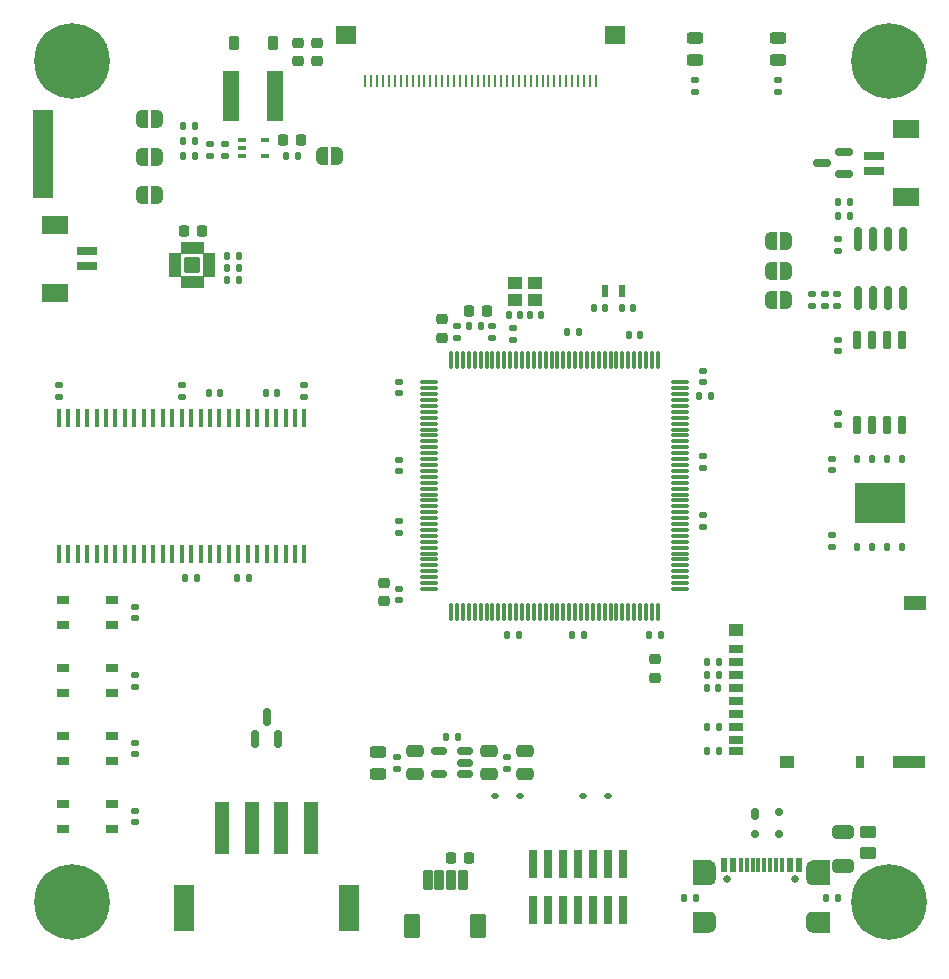
<source format=gbr>
%TF.GenerationSoftware,KiCad,Pcbnew,8.0.1*%
%TF.CreationDate,2024-05-16T14:55:54+07:00*%
%TF.ProjectId,H743_LCD_dev,48373433-5f4c-4434-945f-6465762e6b69,rev?*%
%TF.SameCoordinates,Original*%
%TF.FileFunction,Soldermask,Top*%
%TF.FilePolarity,Negative*%
%FSLAX46Y46*%
G04 Gerber Fmt 4.6, Leading zero omitted, Abs format (unit mm)*
G04 Created by KiCad (PCBNEW 8.0.1) date 2024-05-16 14:55:54*
%MOMM*%
%LPD*%
G01*
G04 APERTURE LIST*
G04 Aperture macros list*
%AMRoundRect*
0 Rectangle with rounded corners*
0 $1 Rounding radius*
0 $2 $3 $4 $5 $6 $7 $8 $9 X,Y pos of 4 corners*
0 Add a 4 corners polygon primitive as box body*
4,1,4,$2,$3,$4,$5,$6,$7,$8,$9,$2,$3,0*
0 Add four circle primitives for the rounded corners*
1,1,$1+$1,$2,$3*
1,1,$1+$1,$4,$5*
1,1,$1+$1,$6,$7*
1,1,$1+$1,$8,$9*
0 Add four rect primitives between the rounded corners*
20,1,$1+$1,$2,$3,$4,$5,0*
20,1,$1+$1,$4,$5,$6,$7,0*
20,1,$1+$1,$6,$7,$8,$9,0*
20,1,$1+$1,$8,$9,$2,$3,0*%
%AMFreePoly0*
4,1,19,0.500000,-0.750000,0.000000,-0.750000,0.000000,-0.744911,-0.071157,-0.744911,-0.207708,-0.704816,-0.327430,-0.627875,-0.420627,-0.520320,-0.479746,-0.390866,-0.500000,-0.250000,-0.500000,0.250000,-0.479746,0.390866,-0.420627,0.520320,-0.327430,0.627875,-0.207708,0.704816,-0.071157,0.744911,0.000000,0.744911,0.000000,0.750000,0.500000,0.750000,0.500000,-0.750000,0.500000,-0.750000,
$1*%
%AMFreePoly1*
4,1,19,0.000000,0.744911,0.071157,0.744911,0.207708,0.704816,0.327430,0.627875,0.420627,0.520320,0.479746,0.390866,0.500000,0.250000,0.500000,-0.250000,0.479746,-0.390866,0.420627,-0.520320,0.327430,-0.627875,0.207708,-0.704816,0.071157,-0.744911,0.000000,-0.744911,0.000000,-0.750000,-0.500000,-0.750000,-0.500000,0.750000,0.000000,0.750000,0.000000,0.744911,0.000000,0.744911,
$1*%
G04 Aperture macros list end*
%ADD10RoundRect,0.150000X0.587500X0.150000X-0.587500X0.150000X-0.587500X-0.150000X0.587500X-0.150000X0*%
%ADD11RoundRect,0.225000X-0.225000X-0.250000X0.225000X-0.250000X0.225000X0.250000X-0.225000X0.250000X0*%
%ADD12R,1.400000X4.200000*%
%ADD13C,0.800000*%
%ADD14C,6.400000*%
%ADD15RoundRect,0.140000X0.140000X0.170000X-0.140000X0.170000X-0.140000X-0.170000X0.140000X-0.170000X0*%
%ADD16RoundRect,0.250000X0.650000X-0.325000X0.650000X0.325000X-0.650000X0.325000X-0.650000X-0.325000X0*%
%ADD17RoundRect,0.135000X0.135000X0.185000X-0.135000X0.185000X-0.135000X-0.185000X0.135000X-0.185000X0*%
%ADD18RoundRect,0.135000X0.185000X-0.135000X0.185000X0.135000X-0.185000X0.135000X-0.185000X-0.135000X0*%
%ADD19RoundRect,0.140000X0.170000X-0.140000X0.170000X0.140000X-0.170000X0.140000X-0.170000X-0.140000X0*%
%ADD20RoundRect,0.135000X-0.185000X0.135000X-0.185000X-0.135000X0.185000X-0.135000X0.185000X0.135000X0*%
%ADD21RoundRect,0.102000X-0.300000X-0.775000X0.300000X-0.775000X0.300000X0.775000X-0.300000X0.775000X0*%
%ADD22RoundRect,0.102000X0.600000X0.900000X-0.600000X0.900000X-0.600000X-0.900000X0.600000X-0.900000X0*%
%ADD23R,1.200000X0.700000*%
%ADD24R,0.800000X1.000000*%
%ADD25R,1.200000X1.000000*%
%ADD26R,2.800000X1.000000*%
%ADD27R,1.900000X1.300000*%
%ADD28RoundRect,0.140000X-0.140000X-0.170000X0.140000X-0.170000X0.140000X0.170000X-0.140000X0.170000X0*%
%ADD29R,0.600000X1.100000*%
%ADD30RoundRect,0.150000X0.512500X0.150000X-0.512500X0.150000X-0.512500X-0.150000X0.512500X-0.150000X0*%
%ADD31RoundRect,0.135000X-0.135000X-0.185000X0.135000X-0.185000X0.135000X0.185000X-0.135000X0.185000X0*%
%ADD32R,0.740000X2.400000*%
%ADD33RoundRect,0.243750X-0.456250X0.243750X-0.456250X-0.243750X0.456250X-0.243750X0.456250X0.243750X0*%
%ADD34RoundRect,0.150000X0.150000X-0.825000X0.150000X0.825000X-0.150000X0.825000X-0.150000X-0.825000X0*%
%ADD35RoundRect,0.140000X-0.170000X0.140000X-0.170000X-0.140000X0.170000X-0.140000X0.170000X0.140000X0*%
%ADD36RoundRect,0.250000X0.475000X-0.250000X0.475000X0.250000X-0.475000X0.250000X-0.475000X-0.250000X0*%
%ADD37FreePoly0,180.000000*%
%ADD38FreePoly1,180.000000*%
%ADD39RoundRect,0.100000X-0.225000X-0.100000X0.225000X-0.100000X0.225000X0.100000X-0.225000X0.100000X0*%
%ADD40FreePoly0,0.000000*%
%ADD41FreePoly1,0.000000*%
%ADD42RoundRect,0.225000X0.250000X-0.225000X0.250000X0.225000X-0.250000X0.225000X-0.250000X-0.225000X0*%
%ADD43R,1.050000X0.650000*%
%ADD44R,0.458000X1.510000*%
%ADD45C,0.650000*%
%ADD46R,0.600000X1.240000*%
%ADD47R,0.300000X1.240000*%
%ADD48O,1.000000X2.100000*%
%ADD49O,1.000000X1.800000*%
%ADD50RoundRect,0.112500X-0.187500X-0.112500X0.187500X-0.112500X0.187500X0.112500X-0.187500X0.112500X0*%
%ADD51R,1.150000X1.000000*%
%ADD52RoundRect,0.150000X0.150000X-0.587500X0.150000X0.587500X-0.150000X0.587500X-0.150000X-0.587500X0*%
%ADD53R,1.800000X0.700000*%
%ADD54R,2.200000X1.600000*%
%ADD55RoundRect,0.033180X0.498820X0.203820X-0.498820X0.203820X-0.498820X-0.203820X0.498820X-0.203820X0*%
%ADD56RoundRect,0.033180X-0.203820X0.498820X-0.203820X-0.498820X0.203820X-0.498820X0.203820X0.498820X0*%
%ADD57RoundRect,0.033180X-0.498820X-0.203820X0.498820X-0.203820X0.498820X0.203820X-0.498820X0.203820X0*%
%ADD58RoundRect,0.033180X0.203820X-0.498820X0.203820X0.498820X-0.203820X0.498820X-0.203820X-0.498820X0*%
%ADD59RoundRect,0.102000X0.550000X0.550000X-0.550000X0.550000X-0.550000X-0.550000X0.550000X-0.550000X0*%
%ADD60RoundRect,0.250000X0.450000X-0.262500X0.450000X0.262500X-0.450000X0.262500X-0.450000X-0.262500X0*%
%ADD61RoundRect,0.225000X0.225000X0.375000X-0.225000X0.375000X-0.225000X-0.375000X0.225000X-0.375000X0*%
%ADD62RoundRect,0.125000X0.125000X-0.200000X0.125000X0.200000X-0.125000X0.200000X-0.125000X-0.200000X0*%
%ADD63R,4.300000X3.400000*%
%ADD64RoundRect,0.150000X0.150000X-0.650000X0.150000X0.650000X-0.150000X0.650000X-0.150000X-0.650000X0*%
%ADD65R,0.250000X1.100000*%
%ADD66R,1.700000X1.500000*%
%ADD67RoundRect,0.225000X-0.250000X0.225000X-0.250000X-0.225000X0.250000X-0.225000X0.250000X0.225000X0*%
%ADD68RoundRect,0.175000X-0.175000X-0.325000X0.175000X-0.325000X0.175000X0.325000X-0.175000X0.325000X0*%
%ADD69RoundRect,0.150000X-0.200000X-0.150000X0.200000X-0.150000X0.200000X0.150000X-0.200000X0.150000X0*%
%ADD70RoundRect,0.075000X-0.075000X0.662500X-0.075000X-0.662500X0.075000X-0.662500X0.075000X0.662500X0*%
%ADD71RoundRect,0.075000X-0.662500X0.075000X-0.662500X-0.075000X0.662500X-0.075000X0.662500X0.075000X0*%
%ADD72R,1.300000X4.500000*%
%ADD73R,1.800000X3.900000*%
G04 APERTURE END LIST*
D10*
%TO.C,D7*%
X174952900Y-61316150D03*
X174952900Y-59416150D03*
X173077900Y-60366150D03*
%TD*%
D11*
%TO.C,C50*%
X141710100Y-119176800D03*
X143260100Y-119176800D03*
%TD*%
D12*
%TO.C,L2*%
X126807800Y-54690800D03*
X123107800Y-54690800D03*
%TD*%
D13*
%TO.C,H3*%
X181197300Y-122941100D03*
X180494356Y-124638156D03*
X180494356Y-121244044D03*
X178797300Y-125341100D03*
D14*
X178797300Y-122941100D03*
D13*
X178797300Y-120541100D03*
X177100244Y-124638156D03*
X177100244Y-121244044D03*
X176397300Y-122941100D03*
%TD*%
D15*
%TO.C,C40*%
X147575100Y-73185700D03*
X146615100Y-73185700D03*
%TD*%
D16*
%TO.C,C43*%
X174879000Y-119915200D03*
X174879000Y-116965200D03*
%TD*%
D17*
%TO.C,R19*%
X163679600Y-80111600D03*
X162659600Y-80111600D03*
%TD*%
D18*
%TO.C,R31*%
X173329600Y-72493600D03*
X173329600Y-71473600D03*
%TD*%
D19*
%TO.C,C28*%
X114960400Y-116177000D03*
X114960400Y-115217000D03*
%TD*%
D20*
%TO.C,R1*%
X174472600Y-81485800D03*
X174472600Y-82505800D03*
%TD*%
D13*
%TO.C,H4*%
X111997300Y-122941100D03*
X111294356Y-124638156D03*
X111294356Y-121244044D03*
X109597300Y-125341100D03*
D14*
X109597300Y-122941100D03*
D13*
X109597300Y-120541100D03*
X107900244Y-124638156D03*
X107900244Y-121244044D03*
X107197300Y-122941100D03*
%TD*%
D21*
%TO.C,J5*%
X139710100Y-121063000D03*
X140710100Y-121063000D03*
X141710100Y-121063000D03*
X142710100Y-121063000D03*
D22*
X138410100Y-124938000D03*
X144010100Y-124938000D03*
%TD*%
D17*
%TO.C,R15*%
X123758503Y-69225900D03*
X122738503Y-69225900D03*
%TD*%
D18*
%TO.C,R23*%
X169353866Y-54358000D03*
X169353866Y-53338000D03*
%TD*%
D23*
%TO.C,J1*%
X165862000Y-101475000D03*
X165862000Y-102575000D03*
X165862000Y-103675000D03*
X165862000Y-104775000D03*
X165862000Y-105875000D03*
X165862000Y-106975000D03*
X165862000Y-108075000D03*
X165862000Y-109175000D03*
X165862000Y-110125000D03*
D24*
X176362000Y-111075000D03*
D25*
X170162000Y-111075000D03*
D26*
X180512000Y-111075000D03*
D25*
X165862000Y-99925000D03*
D27*
X180962000Y-97575000D03*
%TD*%
D28*
%TO.C,C10*%
X151539000Y-74650600D03*
X152499000Y-74650600D03*
%TD*%
D19*
%TO.C,C27*%
X114960400Y-110419667D03*
X114960400Y-109459667D03*
%TD*%
D29*
%TO.C,Y2*%
X154737700Y-71215200D03*
X156137700Y-71215200D03*
%TD*%
D30*
%TO.C,U8*%
X142921300Y-112081600D03*
X142921300Y-111131600D03*
X142921300Y-110181600D03*
X140646300Y-110181600D03*
X140646300Y-112081600D03*
%TD*%
D31*
%TO.C,R16*%
X122738503Y-70232501D03*
X123758503Y-70232501D03*
%TD*%
D32*
%TO.C,J7*%
X156235400Y-119735600D03*
X156235400Y-123635600D03*
X154965400Y-119735600D03*
X154965400Y-123635600D03*
X153695400Y-119735600D03*
X153695400Y-123635600D03*
X152425400Y-119735600D03*
X152425400Y-123635600D03*
X151155400Y-119735600D03*
X151155400Y-123635600D03*
X149885400Y-119735600D03*
X149885400Y-123635600D03*
X148615400Y-119735600D03*
X148615400Y-123635600D03*
%TD*%
D33*
%TO.C,D4*%
X135483700Y-110214100D03*
X135483700Y-112089100D03*
%TD*%
D18*
%TO.C,R22*%
X146439600Y-111641600D03*
X146439600Y-110621600D03*
%TD*%
D34*
%TO.C,U7*%
X176146000Y-71766200D03*
X177416000Y-71766200D03*
X178686000Y-71766200D03*
X179956000Y-71766200D03*
X179956000Y-66816200D03*
X178686000Y-66816200D03*
X177416000Y-66816200D03*
X176146000Y-66816200D03*
%TD*%
D35*
%TO.C,C8*%
X163042600Y-90194400D03*
X163042600Y-91154400D03*
%TD*%
D17*
%TO.C,R28*%
X120015000Y-57215640D03*
X118995000Y-57215640D03*
%TD*%
D36*
%TO.C,C44*%
X138665900Y-112081600D03*
X138665900Y-110181600D03*
%TD*%
D19*
%TO.C,C14*%
X137312400Y-79857600D03*
X137312400Y-78897600D03*
%TD*%
D18*
%TO.C,R25*%
X121320440Y-59745400D03*
X121320440Y-58725400D03*
%TD*%
D15*
%TO.C,C5*%
X147433800Y-100326200D03*
X146473800Y-100326200D03*
%TD*%
D37*
%TO.C,JP5*%
X170078400Y-66954400D03*
D38*
X168778400Y-66954400D03*
%TD*%
D19*
%TO.C,C2*%
X118887100Y-80138600D03*
X118887100Y-79178600D03*
%TD*%
D15*
%TO.C,C38*%
X124567100Y-95478600D03*
X123607100Y-95478600D03*
%TD*%
D11*
%TO.C,C23*%
X119046500Y-66117701D03*
X120596500Y-66117701D03*
%TD*%
D17*
%TO.C,R14*%
X123758503Y-68225900D03*
X122738503Y-68225900D03*
%TD*%
D19*
%TO.C,C15*%
X137302100Y-86424400D03*
X137302100Y-85464400D03*
%TD*%
D39*
%TO.C,U5*%
X124007800Y-58445400D03*
X124007800Y-59095400D03*
X124007800Y-59745400D03*
X125907800Y-59745400D03*
X125907800Y-58445400D03*
%TD*%
D19*
%TO.C,C9*%
X145203800Y-75130600D03*
X145203800Y-74170600D03*
%TD*%
D40*
%TO.C,JP3*%
X115504200Y-56624100D03*
D41*
X116804200Y-56624100D03*
%TD*%
D15*
%TO.C,C7*%
X159433800Y-100326200D03*
X158473800Y-100326200D03*
%TD*%
D28*
%TO.C,C39*%
X148365100Y-73185700D03*
X149325100Y-73185700D03*
%TD*%
D35*
%TO.C,C13*%
X163042600Y-85194400D03*
X163042600Y-86154400D03*
%TD*%
D19*
%TO.C,C12*%
X163042600Y-78924400D03*
X163042600Y-77964400D03*
%TD*%
%TO.C,C1*%
X108487100Y-80138600D03*
X108487100Y-79178600D03*
%TD*%
D42*
%TO.C,C46*%
X130352800Y-51722800D03*
X130352800Y-50172800D03*
%TD*%
D19*
%TO.C,C49*%
X122574120Y-59745400D03*
X122574120Y-58785400D03*
%TD*%
D17*
%TO.C,R12*%
X174425300Y-122581900D03*
X173405300Y-122581900D03*
%TD*%
%TO.C,R29*%
X128771400Y-59745400D03*
X127751400Y-59745400D03*
%TD*%
D43*
%TO.C,SW3*%
X113030000Y-111014667D03*
X108880000Y-111014667D03*
X113030000Y-108864667D03*
X108880000Y-108864667D03*
%TD*%
D36*
%TO.C,C45*%
X147977500Y-112081600D03*
X147977500Y-110181600D03*
%TD*%
D44*
%TO.C,U2*%
X129287100Y-81924400D03*
X128487100Y-81924400D03*
X127687100Y-81924400D03*
X126887100Y-81924400D03*
X126087100Y-81924400D03*
X125287100Y-81924400D03*
X124487100Y-81924400D03*
X123687100Y-81924400D03*
X122887100Y-81924400D03*
X122087100Y-81924400D03*
X121287100Y-81924400D03*
X120487100Y-81924400D03*
X119687100Y-81924400D03*
X118887100Y-81924400D03*
X118087100Y-81924400D03*
X117287100Y-81924400D03*
X116487100Y-81924400D03*
X115687100Y-81924400D03*
X114887100Y-81924400D03*
X114087100Y-81924400D03*
X113287100Y-81924400D03*
X112487100Y-81924400D03*
X111687100Y-81924400D03*
X110887100Y-81924400D03*
X110087100Y-81924400D03*
X109287100Y-81924400D03*
X108487100Y-81924400D03*
X108487100Y-93424400D03*
X109287100Y-93424400D03*
X110087100Y-93424400D03*
X110887100Y-93424400D03*
X111687100Y-93424400D03*
X112487100Y-93424400D03*
X113287100Y-93424400D03*
X114087100Y-93424400D03*
X114887100Y-93424400D03*
X115687100Y-93424400D03*
X116487100Y-93424400D03*
X117287100Y-93424400D03*
X118087100Y-93424400D03*
X118887100Y-93424400D03*
X119687100Y-93424400D03*
X120487100Y-93424400D03*
X121287100Y-93424400D03*
X122087100Y-93424400D03*
X122887100Y-93424400D03*
X123687100Y-93424400D03*
X124487100Y-93424400D03*
X125287100Y-93424400D03*
X126087100Y-93424400D03*
X126887100Y-93424400D03*
X127687100Y-93424400D03*
X128487100Y-93424400D03*
X129287100Y-93424400D03*
%TD*%
D45*
%TO.C,J4*%
X165081700Y-120946900D03*
X170861700Y-120946900D03*
D46*
X164771700Y-119826900D03*
X165571700Y-119826900D03*
D47*
X166721700Y-119826900D03*
X167721700Y-119826900D03*
X168221700Y-119826900D03*
X169221700Y-119826900D03*
D46*
X170371700Y-119826900D03*
X171171700Y-119826900D03*
X171171700Y-119826900D03*
X170371700Y-119826900D03*
D47*
X169721700Y-119826900D03*
X168721700Y-119826900D03*
X167221700Y-119826900D03*
X166221700Y-119826900D03*
D46*
X165571700Y-119826900D03*
X164771700Y-119826900D03*
D48*
X163651700Y-120426900D03*
D49*
X163651700Y-124626900D03*
D48*
X172291700Y-120426900D03*
D49*
X172291700Y-124626900D03*
%TD*%
D15*
%TO.C,C37*%
X120167100Y-95478600D03*
X119207100Y-95478600D03*
%TD*%
%TO.C,C3*%
X122167100Y-79857600D03*
X121207100Y-79857600D03*
%TD*%
D50*
%TO.C,D10*%
X152899400Y-113976400D03*
X154999400Y-113976400D03*
%TD*%
D33*
%TO.C,D6*%
X162382200Y-49786300D03*
X162382200Y-51661300D03*
%TD*%
D11*
%TO.C,C26*%
X143233200Y-72923400D03*
X144783200Y-72923400D03*
%TD*%
D43*
%TO.C,SW1*%
X113030000Y-99500000D03*
X108880000Y-99500000D03*
X113030000Y-97350000D03*
X108880000Y-97350000D03*
%TD*%
D51*
%TO.C,Y1*%
X147095100Y-71915200D03*
X148845100Y-71915200D03*
X148845100Y-70515200D03*
X147095100Y-70515200D03*
%TD*%
D20*
%TO.C,R2*%
X173913800Y-91870400D03*
X173913800Y-92890400D03*
%TD*%
D13*
%TO.C,H1*%
X111997300Y-51741100D03*
X111294356Y-53438156D03*
X111294356Y-50044044D03*
X109597300Y-54141100D03*
D14*
X109597300Y-51741100D03*
D13*
X109597300Y-49341100D03*
X107900244Y-53438156D03*
X107900244Y-50044044D03*
X107197300Y-51741100D03*
%TD*%
D52*
%TO.C,D9*%
X125135600Y-109141500D03*
X127035600Y-109141500D03*
X126085600Y-107266500D03*
%TD*%
D43*
%TO.C,SW4*%
X113030000Y-116772000D03*
X108880000Y-116772000D03*
X113030000Y-114622000D03*
X108880000Y-114622000D03*
%TD*%
D20*
%TO.C,R17*%
X146913600Y-74318400D03*
X146913600Y-75338400D03*
%TD*%
D17*
%TO.C,R26*%
X120015000Y-59740800D03*
X118995000Y-59740800D03*
%TD*%
D18*
%TO.C,R21*%
X137129300Y-111641600D03*
X137129300Y-110621600D03*
%TD*%
D31*
%TO.C,R8*%
X163345400Y-103675000D03*
X164365400Y-103675000D03*
%TD*%
D19*
%TO.C,C4*%
X142189200Y-75130600D03*
X142189200Y-74170600D03*
%TD*%
D53*
%TO.C,J6*%
X177497800Y-61016150D03*
X177497800Y-59766150D03*
D54*
X180197800Y-63266150D03*
X180197800Y-57516150D03*
%TD*%
D40*
%TO.C,JP2*%
X115504200Y-59858850D03*
D41*
X116804200Y-59858850D03*
%TD*%
D55*
%TO.C,U6*%
X121231500Y-69725900D03*
X121231500Y-69225900D03*
X121231500Y-68725900D03*
X121231500Y-68225900D03*
D56*
X120546500Y-67540900D03*
X120046500Y-67540900D03*
X119546500Y-67540900D03*
X119046500Y-67540900D03*
D57*
X118361500Y-68225900D03*
X118361500Y-68725900D03*
X118361500Y-69225900D03*
X118361500Y-69725900D03*
D58*
X119046500Y-70410900D03*
X119546500Y-70410900D03*
X120046500Y-70410900D03*
X120546500Y-70410900D03*
D59*
X119796500Y-68975900D03*
%TD*%
D15*
%TO.C,C41*%
X154737700Y-72612200D03*
X153777700Y-72612200D03*
%TD*%
D31*
%TO.C,R20*%
X141273800Y-108921800D03*
X142293800Y-108921800D03*
%TD*%
D28*
%TO.C,C25*%
X143233200Y-74168000D03*
X144193200Y-74168000D03*
%TD*%
D35*
%TO.C,C21*%
X173913800Y-85390400D03*
X173913800Y-86350400D03*
%TD*%
D42*
%TO.C,C19*%
X140970000Y-75130600D03*
X140970000Y-73580600D03*
%TD*%
D31*
%TO.C,R7*%
X163345400Y-108075000D03*
X164365400Y-108075000D03*
%TD*%
D18*
%TO.C,R30*%
X174371000Y-72493600D03*
X174371000Y-71473600D03*
%TD*%
D60*
%TO.C,R13*%
X176987200Y-118790200D03*
X176987200Y-116965200D03*
%TD*%
D18*
%TO.C,R32*%
X172288200Y-72493600D03*
X172288200Y-71473600D03*
%TD*%
D31*
%TO.C,R9*%
X163345400Y-102575000D03*
X164365400Y-102575000D03*
%TD*%
D61*
%TO.C,D8*%
X126620900Y-50172800D03*
X123320900Y-50172800D03*
%TD*%
D17*
%TO.C,R10*%
X164365400Y-110109000D03*
X163345400Y-110109000D03*
%TD*%
D62*
%TO.C,U1*%
X176081000Y-92890400D03*
X177351000Y-92890400D03*
X178621000Y-92890400D03*
X179891000Y-92890400D03*
X179891000Y-85390400D03*
X178621000Y-85390400D03*
X177351000Y-85390400D03*
X176081000Y-85390400D03*
D63*
X177986000Y-89140400D03*
%TD*%
D64*
%TO.C,U9*%
X176081000Y-82505800D03*
X177351000Y-82505800D03*
X178621000Y-82505800D03*
X179891000Y-82505800D03*
X179891000Y-75305800D03*
X178621000Y-75305800D03*
X177351000Y-75305800D03*
X176081000Y-75305800D03*
%TD*%
D15*
%TO.C,C6*%
X152933800Y-100326200D03*
X151973800Y-100326200D03*
%TD*%
D37*
%TO.C,JP4*%
X132059400Y-59773000D03*
D38*
X130759400Y-59773000D03*
%TD*%
D65*
%TO.C,J2*%
X153947300Y-53421500D03*
X153447300Y-53421500D03*
X152947300Y-53421500D03*
X152447300Y-53421500D03*
X151947300Y-53421500D03*
X151447300Y-53421500D03*
X150947300Y-53421500D03*
X150447300Y-53421500D03*
X149947300Y-53421500D03*
X149447300Y-53421500D03*
X148947300Y-53421500D03*
X148447300Y-53421500D03*
X147947300Y-53421500D03*
X147447300Y-53421500D03*
X146947300Y-53421500D03*
X146447300Y-53421500D03*
X145947300Y-53421500D03*
X145447300Y-53421500D03*
X144947300Y-53421500D03*
X144447300Y-53421500D03*
X143947300Y-53421500D03*
X143447300Y-53421500D03*
X142947300Y-53421500D03*
X142447300Y-53421500D03*
X141947300Y-53421500D03*
X141447300Y-53421500D03*
X140947300Y-53421500D03*
X140447300Y-53421500D03*
X139947300Y-53421500D03*
X139447300Y-53421500D03*
X138947300Y-53421500D03*
X138447300Y-53421500D03*
X137947300Y-53421500D03*
X137447300Y-53421500D03*
X136947300Y-53421500D03*
X136447300Y-53421500D03*
X135947300Y-53421500D03*
X135447300Y-53421500D03*
X134947300Y-53421500D03*
X134447300Y-53421500D03*
D66*
X155597300Y-49521500D03*
X132797300Y-49521500D03*
%TD*%
D31*
%TO.C,R11*%
X161441900Y-122581900D03*
X162461900Y-122581900D03*
%TD*%
%TO.C,R6*%
X174472600Y-64846200D03*
X175492600Y-64846200D03*
%TD*%
D37*
%TO.C,JP7*%
X170078400Y-71983600D03*
D38*
X168778400Y-71983600D03*
%TD*%
D42*
%TO.C,C47*%
X128752600Y-51722800D03*
X128752600Y-50172800D03*
%TD*%
D17*
%TO.C,R27*%
X120015000Y-58478220D03*
X118995000Y-58478220D03*
%TD*%
D31*
%TO.C,R5*%
X174472600Y-63627000D03*
X175492600Y-63627000D03*
%TD*%
D35*
%TO.C,C22*%
X174472600Y-75305800D03*
X174472600Y-76265800D03*
%TD*%
D19*
%TO.C,C24*%
X114960400Y-98905000D03*
X114960400Y-97945000D03*
%TD*%
D28*
%TO.C,C11*%
X156771400Y-74879200D03*
X157731400Y-74879200D03*
%TD*%
D18*
%TO.C,R18*%
X114960400Y-104699000D03*
X114960400Y-103679000D03*
%TD*%
D36*
%TO.C,C30*%
X144901700Y-112081600D03*
X144901700Y-110181600D03*
%TD*%
D19*
%TO.C,C29*%
X129287100Y-80138600D03*
X129287100Y-79178600D03*
%TD*%
D13*
%TO.C,H2*%
X181197300Y-51741100D03*
X180494356Y-53438156D03*
X180494356Y-50044044D03*
X178797300Y-54141100D03*
D14*
X178797300Y-51741100D03*
D13*
X178797300Y-49341100D03*
X177100244Y-53438156D03*
X177100244Y-50044044D03*
X176397300Y-51741100D03*
%TD*%
D67*
%TO.C,C34*%
X136017000Y-95924400D03*
X136017000Y-97474400D03*
%TD*%
D28*
%TO.C,C42*%
X156137700Y-72612200D03*
X157097700Y-72612200D03*
%TD*%
D50*
%TO.C,D3*%
X145412100Y-113976400D03*
X147512100Y-113976400D03*
%TD*%
D15*
%TO.C,C18*%
X164335400Y-104775000D03*
X163375400Y-104775000D03*
%TD*%
%TO.C,C36*%
X126967100Y-79857600D03*
X126007100Y-79857600D03*
%TD*%
D53*
%TO.C,J8*%
X110893900Y-67831500D03*
X110893900Y-69081500D03*
D54*
X108193900Y-65581500D03*
X108193900Y-71331500D03*
%TD*%
D35*
%TO.C,C20*%
X174472600Y-66816200D03*
X174472600Y-67776200D03*
%TD*%
%TO.C,C17*%
X137302100Y-96424400D03*
X137302100Y-97384400D03*
%TD*%
D19*
%TO.C,C16*%
X137302100Y-91654400D03*
X137302100Y-90694400D03*
%TD*%
D18*
%TO.C,R24*%
X162382200Y-54358000D03*
X162382200Y-53338000D03*
%TD*%
D40*
%TO.C,JP1*%
X115504200Y-63093600D03*
D41*
X116804200Y-63093600D03*
%TD*%
D68*
%TO.C,D2*%
X167471700Y-115481900D03*
D69*
X167471700Y-117181900D03*
X169471700Y-117181900D03*
X169471700Y-115281900D03*
%TD*%
D33*
%TO.C,D5*%
X169353866Y-49786300D03*
X169353866Y-51661300D03*
%TD*%
D70*
%TO.C,U4*%
X159203800Y-77011900D03*
X158703800Y-77011900D03*
X158203800Y-77011900D03*
X157703800Y-77011900D03*
X157203800Y-77011900D03*
X156703800Y-77011900D03*
X156203800Y-77011900D03*
X155703800Y-77011900D03*
X155203800Y-77011900D03*
X154703800Y-77011900D03*
X154203800Y-77011900D03*
X153703800Y-77011900D03*
X153203800Y-77011900D03*
X152703800Y-77011900D03*
X152203800Y-77011900D03*
X151703800Y-77011900D03*
X151203800Y-77011900D03*
X150703800Y-77011900D03*
X150203800Y-77011900D03*
X149703800Y-77011900D03*
X149203800Y-77011900D03*
X148703800Y-77011900D03*
X148203800Y-77011900D03*
X147703800Y-77011900D03*
X147203800Y-77011900D03*
X146703800Y-77011900D03*
X146203800Y-77011900D03*
X145703800Y-77011900D03*
X145203800Y-77011900D03*
X144703800Y-77011900D03*
X144203800Y-77011900D03*
X143703800Y-77011900D03*
X143203800Y-77011900D03*
X142703800Y-77011900D03*
X142203800Y-77011900D03*
X141703800Y-77011900D03*
D71*
X139791300Y-78924400D03*
X139791300Y-79424400D03*
X139791300Y-79924400D03*
X139791300Y-80424400D03*
X139791300Y-80924400D03*
X139791300Y-81424400D03*
X139791300Y-81924400D03*
X139791300Y-82424400D03*
X139791300Y-82924400D03*
X139791300Y-83424400D03*
X139791300Y-83924400D03*
X139791300Y-84424400D03*
X139791300Y-84924400D03*
X139791300Y-85424400D03*
X139791300Y-85924400D03*
X139791300Y-86424400D03*
X139791300Y-86924400D03*
X139791300Y-87424400D03*
X139791300Y-87924400D03*
X139791300Y-88424400D03*
X139791300Y-88924400D03*
X139791300Y-89424400D03*
X139791300Y-89924400D03*
X139791300Y-90424400D03*
X139791300Y-90924400D03*
X139791300Y-91424400D03*
X139791300Y-91924400D03*
X139791300Y-92424400D03*
X139791300Y-92924400D03*
X139791300Y-93424400D03*
X139791300Y-93924400D03*
X139791300Y-94424400D03*
X139791300Y-94924400D03*
X139791300Y-95424400D03*
X139791300Y-95924400D03*
X139791300Y-96424400D03*
D70*
X141703800Y-98336900D03*
X142203800Y-98336900D03*
X142703800Y-98336900D03*
X143203800Y-98336900D03*
X143703800Y-98336900D03*
X144203800Y-98336900D03*
X144703800Y-98336900D03*
X145203800Y-98336900D03*
X145703800Y-98336900D03*
X146203800Y-98336900D03*
X146703800Y-98336900D03*
X147203800Y-98336900D03*
X147703800Y-98336900D03*
X148203800Y-98336900D03*
X148703800Y-98336900D03*
X149203800Y-98336900D03*
X149703800Y-98336900D03*
X150203800Y-98336900D03*
X150703800Y-98336900D03*
X151203800Y-98336900D03*
X151703800Y-98336900D03*
X152203800Y-98336900D03*
X152703800Y-98336900D03*
X153203800Y-98336900D03*
X153703800Y-98336900D03*
X154203800Y-98336900D03*
X154703800Y-98336900D03*
X155203800Y-98336900D03*
X155703800Y-98336900D03*
X156203800Y-98336900D03*
X156703800Y-98336900D03*
X157203800Y-98336900D03*
X157703800Y-98336900D03*
X158203800Y-98336900D03*
X158703800Y-98336900D03*
X159203800Y-98336900D03*
D71*
X161116300Y-96424400D03*
X161116300Y-95924400D03*
X161116300Y-95424400D03*
X161116300Y-94924400D03*
X161116300Y-94424400D03*
X161116300Y-93924400D03*
X161116300Y-93424400D03*
X161116300Y-92924400D03*
X161116300Y-92424400D03*
X161116300Y-91924400D03*
X161116300Y-91424400D03*
X161116300Y-90924400D03*
X161116300Y-90424400D03*
X161116300Y-89924400D03*
X161116300Y-89424400D03*
X161116300Y-88924400D03*
X161116300Y-88424400D03*
X161116300Y-87924400D03*
X161116300Y-87424400D03*
X161116300Y-86924400D03*
X161116300Y-86424400D03*
X161116300Y-85924400D03*
X161116300Y-85424400D03*
X161116300Y-84924400D03*
X161116300Y-84424400D03*
X161116300Y-83924400D03*
X161116300Y-83424400D03*
X161116300Y-82924400D03*
X161116300Y-82424400D03*
X161116300Y-81924400D03*
X161116300Y-81424400D03*
X161116300Y-80924400D03*
X161116300Y-80424400D03*
X161116300Y-79924400D03*
X161116300Y-79424400D03*
X161116300Y-78924400D03*
%TD*%
D67*
%TO.C,C35*%
X158953200Y-102374400D03*
X158953200Y-103924400D03*
%TD*%
D37*
%TO.C,JP6*%
X170078400Y-69469000D03*
D38*
X168778400Y-69469000D03*
%TD*%
D43*
%TO.C,SW2*%
X113030000Y-105257334D03*
X108880000Y-105257334D03*
X113030000Y-103107334D03*
X108880000Y-103107334D03*
%TD*%
D11*
%TO.C,C48*%
X127486400Y-58445400D03*
X129036400Y-58445400D03*
%TD*%
D72*
%TO.C,J9*%
X122319800Y-116644000D03*
X124819800Y-116644000D03*
X127319800Y-116644000D03*
X129819800Y-116644000D03*
D73*
X119119800Y-123444000D03*
X133019800Y-123444000D03*
%TD*%
G36*
X163685700Y-119397086D02*
G01*
X163685700Y-121455314D01*
X163685114Y-121455900D01*
X162184286Y-121455900D01*
X162183700Y-121455314D01*
X162183700Y-119397086D01*
X162184286Y-119396500D01*
X163685114Y-119396500D01*
X163685700Y-119397086D01*
G37*
G36*
X173796300Y-119397086D02*
G01*
X173796300Y-121455314D01*
X173795714Y-121455900D01*
X172294886Y-121455900D01*
X172294300Y-121455314D01*
X172294300Y-119397086D01*
X172294886Y-119396500D01*
X173795714Y-119396500D01*
X173796300Y-119397086D01*
G37*
G36*
X173796300Y-123740486D02*
G01*
X173796300Y-125519314D01*
X173795714Y-125519900D01*
X172294886Y-125519900D01*
X172294300Y-125519314D01*
X172294300Y-123740486D01*
X172294886Y-123739900D01*
X173795714Y-123739900D01*
X173796300Y-123740486D01*
G37*
G36*
X163660300Y-123740486D02*
G01*
X163660300Y-125519314D01*
X163659714Y-125519900D01*
X162158886Y-125519900D01*
X162158300Y-125519314D01*
X162158300Y-123740486D01*
X162158886Y-123739900D01*
X163659714Y-123739900D01*
X163660300Y-123740486D01*
G37*
G36*
X107969239Y-55848885D02*
G01*
X108014994Y-55901689D01*
X108026200Y-55953200D01*
X108026200Y-63198200D01*
X108006515Y-63265239D01*
X107953711Y-63310994D01*
X107902200Y-63322200D01*
X106448400Y-63322200D01*
X106381361Y-63302515D01*
X106335606Y-63249711D01*
X106324400Y-63198200D01*
X106324400Y-55953200D01*
X106344085Y-55886161D01*
X106396889Y-55840406D01*
X106448400Y-55829200D01*
X107902200Y-55829200D01*
X107969239Y-55848885D01*
G37*
M02*

</source>
